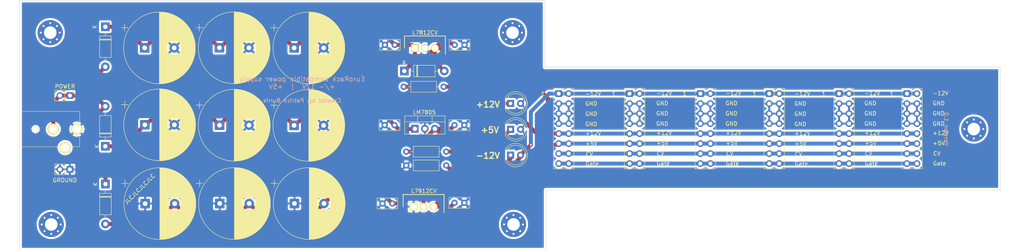
<source format=kicad_pcb>
(kicad_pcb (version 20171130) (host pcbnew "(5.1.7)-1")
  (layers (0 F.Cu signal) (31 B.Cu signal) (34 B.Paste user) (35 F.Paste user) (36 B.SilkS user) (37 F.SilkS user) (38 B.Mask user) (39 F.Mask user) (44 Edge.Cuts user))
  (net 0 "")
  (net 1 GND)
  (net 2 "Net-(C1-Pad1)")
  (net 3 +12V)
  (net 4 -12V)
  (net 5 +5V)
  (net 6 AC)
  (net 7 "Net-(C6-Pad2)")
  (net 8 "Net-(C11-Pad1)")
  (net 9 "Net-(D1-Pad1)")
  (net 10 "Net-(D2-Pad1)")
  (net 11 "Net-(D3-Pad1)")
  (net 12 /CV)
  (net 13 /Gate)
  (module MountingHole:MountingHole_3.2mm_M3_Pad_Via (layer F.Cu) (at 260.5 98.75)
    (fp_text reference REF** hide)
    (fp_text value MountingHole_3.2mm_M3_Pad_Via)
    (pad 1 thru_hole circle (at 0 0) (size 6.4 6.4) (drill 3.2) (layers *.Cu *.Mask))
    (pad 1 thru_hole circle (at 2.4 0) (size 0.8 0.8) (drill 0.5) (layers *.Cu *.Mask))
    (pad 1 thru_hole circle (at 1.697056 1.697056) (size 0.8 0.8) (drill 0.5) (layers *.Cu *.Mask))
    (pad 1 thru_hole circle (at 0 2.4) (size 0.8 0.8) (drill 0.5) (layers *.Cu *.Mask))
    (pad 1 thru_hole circle (at -1.697056 1.697056) (size 0.8 0.8) (drill 0.5) (layers *.Cu *.Mask))
    (pad 1 thru_hole circle (at -2.4 0) (size 0.8 0.8) (drill 0.5) (layers *.Cu *.Mask))
    (pad 1 thru_hole circle (at -1.697056 -1.697056) (size 0.8 0.8) (drill 0.5) (layers *.Cu *.Mask))
    (pad 1 thru_hole circle (at 0 -2.4) (size 0.8 0.8) (drill 0.5) (layers *.Cu *.Mask))
    (pad 1 thru_hole circle (at 1.697056 -1.697056) (size 0.8 0.8) (drill 0.5) (layers *.Cu *.Mask))
  )
  (module MountingHole:MountingHole_3.2mm_M3_Pad_Via (layer F.Cu) (at 25.75 74.25)
    (fp_text reference REF** hide)
    (fp_text value MountingHole_3.2mm_M3_Pad_Via)
    (pad 1 thru_hole circle (at 0 0) (size 6.4 6.4) (drill 3.2) (layers *.Cu *.Mask))
    (pad 1 thru_hole circle (at 2.4 0) (size 0.8 0.8) (drill 0.5) (layers *.Cu *.Mask))
    (pad 1 thru_hole circle (at 1.697056 1.697056) (size 0.8 0.8) (drill 0.5) (layers *.Cu *.Mask))
    (pad 1 thru_hole circle (at 0 2.4) (size 0.8 0.8) (drill 0.5) (layers *.Cu *.Mask))
    (pad 1 thru_hole circle (at -1.697056 1.697056) (size 0.8 0.8) (drill 0.5) (layers *.Cu *.Mask))
    (pad 1 thru_hole circle (at -2.4 0) (size 0.8 0.8) (drill 0.5) (layers *.Cu *.Mask))
    (pad 1 thru_hole circle (at -1.697056 -1.697056) (size 0.8 0.8) (drill 0.5) (layers *.Cu *.Mask))
    (pad 1 thru_hole circle (at 0 -2.4) (size 0.8 0.8) (drill 0.5) (layers *.Cu *.Mask))
    (pad 1 thru_hole circle (at 1.697056 -1.697056) (size 0.8 0.8) (drill 0.5) (layers *.Cu *.Mask))
  )
  (module MountingHole:MountingHole_3.2mm_M3_Pad_Via (layer F.Cu) (at 26 123)
    (fp_text reference REF** hide)
    (fp_text value MountingHole_3.2mm_M3_Pad_Via)
    (pad 1 thru_hole circle (at 1.697056 -1.697056) (size 0.8 0.8) (drill 0.5) (layers *.Cu *.Mask))
    (pad 1 thru_hole circle (at 0 -2.4) (size 0.8 0.8) (drill 0.5) (layers *.Cu *.Mask))
    (pad 1 thru_hole circle (at -1.697056 -1.697056) (size 0.8 0.8) (drill 0.5) (layers *.Cu *.Mask))
    (pad 1 thru_hole circle (at -2.4 0) (size 0.8 0.8) (drill 0.5) (layers *.Cu *.Mask))
    (pad 1 thru_hole circle (at -1.697056 1.697056) (size 0.8 0.8) (drill 0.5) (layers *.Cu *.Mask))
    (pad 1 thru_hole circle (at 0 2.4) (size 0.8 0.8) (drill 0.5) (layers *.Cu *.Mask))
    (pad 1 thru_hole circle (at 1.697056 1.697056) (size 0.8 0.8) (drill 0.5) (layers *.Cu *.Mask))
    (pad 1 thru_hole circle (at 2.4 0) (size 0.8 0.8) (drill 0.5) (layers *.Cu *.Mask))
    (pad 1 thru_hole circle (at 0 0) (size 6.4 6.4) (drill 3.2) (layers *.Cu *.Mask))
  )
  (module MountingHole:MountingHole_3.2mm_M3_Pad_Via (layer F.Cu) (at 143.5 123)
    (fp_text reference REF** hide)
    (fp_text value MountingHole_3.2mm_M3_Pad_Via)
    (pad 1 thru_hole circle (at 0 0) (size 6.4 6.4) (drill 3.2) (layers *.Cu *.Mask))
    (pad 1 thru_hole circle (at 2.4 0) (size 0.8 0.8) (drill 0.5) (layers *.Cu *.Mask))
    (pad 1 thru_hole circle (at 1.697056 1.697056) (size 0.8 0.8) (drill 0.5) (layers *.Cu *.Mask))
    (pad 1 thru_hole circle (at 0 2.4) (size 0.8 0.8) (drill 0.5) (layers *.Cu *.Mask))
    (pad 1 thru_hole circle (at -1.697056 1.697056) (size 0.8 0.8) (drill 0.5) (layers *.Cu *.Mask))
    (pad 1 thru_hole circle (at -2.4 0) (size 0.8 0.8) (drill 0.5) (layers *.Cu *.Mask))
    (pad 1 thru_hole circle (at -1.697056 -1.697056) (size 0.8 0.8) (drill 0.5) (layers *.Cu *.Mask))
    (pad 1 thru_hole circle (at 0 -2.4) (size 0.8 0.8) (drill 0.5) (layers *.Cu *.Mask))
    (pad 1 thru_hole circle (at 1.697056 -1.697056) (size 0.8 0.8) (drill 0.5) (layers *.Cu *.Mask))
  )
  (module MountingHole:MountingHole_3.2mm_M3_Pad_Via (layer F.Cu) (at 143.25 74.25)
    (fp_text reference REF** hide)
    (fp_text value MountingHole_3.2mm_M3_Pad_Via)
    (pad 1 thru_hole circle (at 1.697056 -1.697056) (size 0.8 0.8) (drill 0.5) (layers *.Cu *.Mask))
    (pad 1 thru_hole circle (at 0 -2.4) (size 0.8 0.8) (drill 0.5) (layers *.Cu *.Mask))
    (pad 1 thru_hole circle (at -1.697056 -1.697056) (size 0.8 0.8) (drill 0.5) (layers *.Cu *.Mask))
    (pad 1 thru_hole circle (at -2.4 0) (size 0.8 0.8) (drill 0.5) (layers *.Cu *.Mask))
    (pad 1 thru_hole circle (at -1.697056 1.697056) (size 0.8 0.8) (drill 0.5) (layers *.Cu *.Mask))
    (pad 1 thru_hole circle (at 0 2.4) (size 0.8 0.8) (drill 0.5) (layers *.Cu *.Mask))
    (pad 1 thru_hole circle (at 1.697056 1.697056) (size 0.8 0.8) (drill 0.5) (layers *.Cu *.Mask))
    (pad 1 thru_hole circle (at 2.4 0) (size 0.8 0.8) (drill 0.5) (layers *.Cu *.Mask))
    (pad 1 thru_hole circle (at 0 0) (size 6.4 6.4) (drill 3.2) (layers *.Cu *.Mask))
  )
  (module Package_TO_SOT_THT:TO-220-3_Vertical (layer F.Cu) (at 118.427513 98.675)
    (fp_text reference U3 hide)
    (fp_text value LM7805 (at 2.45 -4.175) (layer F.SilkS))
    (pad 3 thru_hole oval (at 5.08 0) (size 1.905 2) (drill 1.1) (layers *.Cu *.Mask) (net 5 +5V))
    (pad 2 thru_hole oval (at 2.54 0) (size 1.905 2) (drill 1.1) (layers *.Cu *.Mask) (net 1 GND))
    (pad 1 thru_hole rect (at 0 0) (size 1.905 2) (drill 1.1) (layers *.Cu *.Mask) (net 8 "Net-(C11-Pad1)"))
  )
  (module L7912CV:TO255P460X1020X2008-3P (layer F.Cu) (at 118.1 118.475)
    (fp_text reference U2 (at 0 0) (layer F.SilkS) (effects (font (size 1.27 1.27) (thickness 0.254))))
    (fp_text value L7912CV (at 2.65 -3.975) (layer F.SilkS))
    (pad 3 thru_hole circle (at 5.1 0 90) (size 1.98 1.98) (drill 1.32) (layers *.Cu *.Mask F.SilkS) (net 4 -12V))
    (pad 2 thru_hole circle (at 2.55 0 90) (size 1.98 1.98) (drill 1.32) (layers *.Cu *.Mask F.SilkS) (net 7 "Net-(C6-Pad2)"))
    (pad 1 thru_hole rect (at 0 0 90) (size 1.98 1.98) (drill 1.32) (layers *.Cu *.Mask F.SilkS) (net 1 GND))
  )
  (module Resistor_THT:R_Axial_DIN0207_L6.3mm_D2.5mm_P10.16mm_Horizontal (layer F.Cu) (at 126.4 104.5 180)
    (fp_text reference R3 hide)
    (fp_text value 1K)
    (pad 2 thru_hole oval (at 10.16 0 180) (size 1.6 1.6) (drill 0.8) (layers *.Cu *.Mask) (net 5 +5V))
    (pad 1 thru_hole circle (at 0 0 180) (size 1.6 1.6) (drill 0.8) (layers *.Cu *.Mask) (net 11 "Net-(D3-Pad1)"))
  )
  (module Resistor_THT:R_Axial_DIN0207_L6.3mm_D2.5mm_P10.16mm_Horizontal (layer F.Cu) (at 116.25 108)
    (fp_text reference R2 hide)
    (fp_text value 1K)
    (pad 2 thru_hole oval (at 10.16 0) (size 1.6 1.6) (drill 0.8) (layers *.Cu *.Mask) (net 10 "Net-(D2-Pad1)"))
    (pad 1 thru_hole circle (at 0 0) (size 1.6 1.6) (drill 0.8) (layers *.Cu *.Mask) (net 1 GND))
  )
  (module Resistor_THT:R_Axial_DIN0207_L6.3mm_D2.5mm_P10.16mm_Horizontal (layer F.Cu) (at 125.75 88 180)
    (fp_text reference R1 hide)
    (fp_text value 1K)
    (pad 2 thru_hole oval (at 10.16 0 180) (size 1.6 1.6) (drill 0.8) (layers *.Cu *.Mask) (net 3 +12V))
    (pad 1 thru_hole circle (at 0 0 180) (size 1.6 1.6) (drill 0.8) (layers *.Cu *.Mask) (net 9 "Net-(D1-Pad1)"))
  )
  (module Connector_PinHeader_2.54mm:PinHeader_2x08_P2.54mm_Vertical (layer F.Cu) (at 155 89.75)
    (fp_text reference J4 hide)
    (fp_text value Conn_02x08_Odd_Even)
    (pad 16 thru_hole oval (at 2.54 17.78) (size 1.7 1.7) (drill 1) (layers *.Cu *.Mask) (net 12 /CV))
    (pad 15 thru_hole oval (at 0 17.78) (size 1.7 1.7) (drill 1) (layers *.Cu *.Mask) (net 12 /CV))
    (pad 14 thru_hole oval (at 2.54 15.24) (size 1.7 1.7) (drill 1) (layers *.Cu *.Mask) (net 13 /Gate))
    (pad 13 thru_hole oval (at 0 15.24) (size 1.7 1.7) (drill 1) (layers *.Cu *.Mask) (net 13 /Gate))
    (pad 12 thru_hole oval (at 2.54 12.7) (size 1.7 1.7) (drill 1) (layers *.Cu *.Mask) (net 5 +5V))
    (pad 11 thru_hole oval (at 0 12.7) (size 1.7 1.7) (drill 1) (layers *.Cu *.Mask) (net 5 +5V))
    (pad 10 thru_hole oval (at 2.54 10.16) (size 1.7 1.7) (drill 1) (layers *.Cu *.Mask) (net 3 +12V))
    (pad 9 thru_hole oval (at 0 10.16) (size 1.7 1.7) (drill 1) (layers *.Cu *.Mask) (net 3 +12V))
    (pad 8 thru_hole oval (at 2.54 7.62) (size 1.7 1.7) (drill 1) (layers *.Cu *.Mask) (net 1 GND))
    (pad 7 thru_hole oval (at 0 7.62) (size 1.7 1.7) (drill 1) (layers *.Cu *.Mask) (net 1 GND))
    (pad 6 thru_hole oval (at 2.54 5.08) (size 1.7 1.7) (drill 1) (layers *.Cu *.Mask) (net 1 GND))
    (pad 5 thru_hole oval (at 0 5.08) (size 1.7 1.7) (drill 1) (layers *.Cu *.Mask) (net 1 GND))
    (pad 4 thru_hole oval (at 2.54 2.54) (size 1.7 1.7) (drill 1) (layers *.Cu *.Mask) (net 1 GND))
    (pad 3 thru_hole oval (at 0 2.54) (size 1.7 1.7) (drill 1) (layers *.Cu *.Mask) (net 1 GND))
    (pad 2 thru_hole oval (at 2.54 0) (size 1.7 1.7) (drill 1) (layers *.Cu *.Mask) (net 4 -12V))
    (pad 1 thru_hole rect (at 0 0) (size 1.7 1.7) (drill 1) (layers *.Cu *.Mask) (net 4 -12V))
  )
  (module PJ-059BH:PJ059BH (layer F.Cu) (at 32.525 98.775)
    (fp_text reference J1 hide)
    (fp_text value PJ-059BH hide)
    (pad MH1 thru_hole circle (at -10.5 0 90) (size 1.1 1.1) (drill 2.2) (layers *.Cu *.Mask F.SilkS))
    (pad 3 thru_hole circle (at -3 4.7 90) (size 2.83 2.83) (drill 1.8868) (layers *.Cu *.Mask F.SilkS))
    (pad 2 thru_hole circle (at -6 0 90) (size 2.83 2.83) (drill 1.8868) (layers *.Cu *.Mask F.SilkS) (net 6 AC))
    (pad 1 thru_hole circle (at 0 0 90) (size 2.83 2.83) (drill 1.8868) (layers *.Cu *.Mask F.SilkS) (net 1 GND))
  )
  (module Diode_THT:D_DO-41_SOD81_P10.16mm_Horizontal (layer F.Cu) (at 39.75 103.125 90)
    (fp_text reference D7 hide)
    (fp_text value 1N4007)
    (fp_text user K (at 0 -2.1 90) (layer F.SilkS))
    (pad 2 thru_hole oval (at 10.16 0 90) (size 2.2 2.2) (drill 1.1) (layers *.Cu *.Mask) (net 6 AC))
    (pad 1 thru_hole rect (at 0 0 90) (size 2.2 2.2) (drill 1.1) (layers *.Cu *.Mask) (net 8 "Net-(C11-Pad1)"))
  )
  (module LED_THT:LED_D5.0mm (layer F.Cu) (at 142.75 98.825)
    (fp_text reference D3 hide)
    (fp_text value LED)
    (pad 2 thru_hole circle (at 2.54 0) (size 1.8 1.8) (drill 0.9) (layers *.Cu *.Mask) (net 1 GND))
    (pad 1 thru_hole rect (at 0 0) (size 1.8 1.8) (drill 0.9) (layers *.Cu *.Mask) (net 11 "Net-(D3-Pad1)"))
  )
  (module LED_THT:LED_D5.0mm (layer F.Cu) (at 142.75 105.375)
    (fp_text reference D2 hide)
    (fp_text value LED)
    (pad 2 thru_hole circle (at 2.54 0) (size 1.8 1.8) (drill 0.9) (layers *.Cu *.Mask) (net 4 -12V))
    (pad 1 thru_hole rect (at 0 0) (size 1.8 1.8) (drill 0.9) (layers *.Cu *.Mask) (net 10 "Net-(D2-Pad1)"))
  )
  (module LED_THT:LED_D5.0mm (layer F.Cu) (at 142.75 92.25)
    (fp_text reference D1 hide)
    (fp_text value LED)
    (pad 2 thru_hole circle (at 2.54 0) (size 1.8 1.8) (drill 0.9) (layers *.Cu *.Mask) (net 1 GND))
    (pad 1 thru_hole rect (at 0 0) (size 1.8 1.8) (drill 0.9) (layers *.Cu *.Mask) (net 9 "Net-(D1-Pad1)"))
  )
  (module Diode_THT:D_DO-41_SOD81_P10.16mm_Horizontal (layer F.Cu) (at 115.75 84)
    (fp_text reference D4 hide)
    (fp_text value 1N4007)
    (fp_text user K (at 0 -2.1) (layer F.SilkS))
    (pad 2 thru_hole oval (at 10.16 0) (size 2.2 2.2) (drill 1.1) (layers *.Cu *.Mask) (net 3 +12V))
    (pad 1 thru_hole rect (at 0 0) (size 2.2 2.2) (drill 1.1) (layers *.Cu *.Mask) (net 2 "Net-(C1-Pad1)"))
  )
  (module Diode_THT:D_DO-41_SOD81_P10.16mm_Horizontal (layer F.Cu) (at 39.775 112.725 270)
    (fp_text reference D6 hide)
    (fp_text value 1N4007)
    (fp_text user K (at 0.025 2.525 90) (layer F.SilkS))
    (pad 2 thru_hole oval (at 10.16 0 270) (size 2.2 2.2) (drill 1.1) (layers *.Cu *.Mask) (net 7 "Net-(C6-Pad2)"))
    (pad 1 thru_hole rect (at 0 0 270) (size 2.2 2.2) (drill 1.1) (layers *.Cu *.Mask) (net 6 AC))
  )
  (module Diode_THT:D_DO-41_SOD81_P10.16mm_Horizontal (layer F.Cu) (at 39.75 72.75 270)
    (fp_text reference D5 hide)
    (fp_text value 1N4007)
    (fp_text user K (at 0 2.7 90) (layer F.SilkS))
    (pad 2 thru_hole oval (at 10.16 0 270) (size 2.2 2.2) (drill 1.1) (layers *.Cu *.Mask) (net 6 AC))
    (pad 1 thru_hole rect (at 0 0 270) (size 2.2 2.2) (drill 1.1) (layers *.Cu *.Mask) (net 2 "Net-(C1-Pad1)"))
  )
  (module Capacitor_THT:CP_Radial_D18.0mm_P7.50mm (layer F.Cu) (at 87.725 97.825)
    (fp_text reference C13 hide)
    (fp_text value 4700uF)
    (pad 2 thru_hole circle (at 7.5 0) (size 2.4 2.4) (drill 1.2) (layers *.Cu *.Mask) (net 1 GND))
    (pad 1 thru_hole rect (at 0 0) (size 2.4 2.4) (drill 1.2) (layers *.Cu *.Mask) (net 8 "Net-(C11-Pad1)"))
  )
  (module Capacitor_THT:CP_Radial_D18.0mm_P7.50mm (layer F.Cu) (at 68.775 97.775)
    (fp_text reference C12 hide)
    (fp_text value 4700uF)
    (pad 2 thru_hole circle (at 7.5 0) (size 2.4 2.4) (drill 1.2) (layers *.Cu *.Mask) (net 1 GND))
    (pad 1 thru_hole rect (at 0 0) (size 2.4 2.4) (drill 1.2) (layers *.Cu *.Mask) (net 8 "Net-(C11-Pad1)"))
  )
  (module Capacitor_THT:CP_Radial_D18.0mm_P7.50mm (layer F.Cu) (at 49.8 97.675001)
    (fp_text reference C11 hide)
    (fp_text value 4700uF)
    (pad 2 thru_hole circle (at 7.5 0) (size 2.4 2.4) (drill 1.2) (layers *.Cu *.Mask) (net 1 GND))
    (pad 1 thru_hole rect (at 0 0) (size 2.4 2.4) (drill 1.2) (layers *.Cu *.Mask) (net 8 "Net-(C11-Pad1)"))
  )
  (module Capacitor_THT:CP_Radial_D18.0mm_P7.50mm (layer F.Cu) (at 68.824441 117.675001)
    (fp_text reference C8 hide)
    (fp_text value 4700uF)
    (pad 2 thru_hole circle (at 7.5 0) (size 2.4 2.4) (drill 1.2) (layers *.Cu *.Mask) (net 7 "Net-(C6-Pad2)"))
    (pad 1 thru_hole rect (at 0 0) (size 2.4 2.4) (drill 1.2) (layers *.Cu *.Mask) (net 1 GND))
  )
  (module Capacitor_THT:CP_Radial_D18.0mm_P7.50mm (layer F.Cu) (at 87.825 117.675)
    (fp_text reference C7 hide)
    (fp_text value 4700uF)
    (pad 2 thru_hole circle (at 7.5 0) (size 2.4 2.4) (drill 1.2) (layers *.Cu *.Mask) (net 7 "Net-(C6-Pad2)"))
    (pad 1 thru_hole rect (at 0 0) (size 2.4 2.4) (drill 1.2) (layers *.Cu *.Mask) (net 1 GND))
  )
  (module Capacitor_THT:CP_Radial_D18.0mm_P7.50mm (layer F.Cu) (at 49.875 117.7)
    (fp_text reference C6 hide)
    (fp_text value 4700uF)
    (pad 2 thru_hole circle (at 7.5 0) (size 2.4 2.4) (drill 1.2) (layers *.Cu *.Mask) (net 7 "Net-(C6-Pad2)"))
    (pad 1 thru_hole rect (at 0 0) (size 2.4 2.4) (drill 1.2) (layers *.Cu *.Mask) (net 1 GND))
  )
  (module Capacitor_THT:CP_Radial_D18.0mm_P7.50mm (layer F.Cu) (at 87.75 78.125)
    (fp_text reference C3 hide)
    (fp_text value 4700uF)
    (pad 2 thru_hole circle (at 7.5 0) (size 2.4 2.4) (drill 1.2) (layers *.Cu *.Mask) (net 1 GND))
    (pad 1 thru_hole rect (at 0 0) (size 2.4 2.4) (drill 1.2) (layers *.Cu *.Mask) (net 2 "Net-(C1-Pad1)"))
  )
  (module Capacitor_THT:CP_Radial_D18.0mm_P7.50mm (layer F.Cu) (at 68.75 78.1)
    (fp_text reference C2 hide)
    (fp_text value 4700uF)
    (pad 2 thru_hole circle (at 7.5 0) (size 2.4 2.4) (drill 1.2) (layers *.Cu *.Mask) (net 1 GND))
    (pad 1 thru_hole rect (at 0 0) (size 2.4 2.4) (drill 1.2) (layers *.Cu *.Mask) (net 2 "Net-(C1-Pad1)"))
  )
  (module Capacitor_THT:CP_Radial_D18.0mm_P7.50mm (layer F.Cu) (at 49.75 78.125)
    (fp_text reference C1 hide)
    (fp_text value 4700uF)
    (pad 2 thru_hole circle (at 7.5 0) (size 2.4 2.4) (drill 1.2) (layers *.Cu *.Mask) (net 1 GND))
    (pad 1 thru_hole rect (at 0 0) (size 2.4 2.4) (drill 1.2) (layers *.Cu *.Mask) (net 2 "Net-(C1-Pad1)"))
  )
  (module TO255P460X1020X2008-3P (layer F.Cu) (at 118.427513 78.183578)
    (fp_text reference U1 hide)
    (fp_text value L7812CV (at 2.572487 -3.933578) (layer F.SilkS))
    (pad 1 thru_hole rect (at 0 0 90) (size 1.98 1.98) (drill 1.32) (layers *.Cu *.Mask F.SilkS) (net 2 "Net-(C1-Pad1)"))
    (pad 2 thru_hole circle (at 2.55 0 90) (size 1.98 1.98) (drill 1.32) (layers *.Cu *.Mask F.SilkS) (net 1 GND))
    (pad 3 thru_hole circle (at 5.1 0 90) (size 1.98 1.98) (drill 1.32) (layers *.Cu *.Mask F.SilkS) (net 3 +12V))
  )
  (module Capacitor_THT:C_Disc_D5.0mm_W2.5mm_P2.50mm (layer F.Cu) (at 110.825 77.358579)
    (fp_text reference C4 hide)
    (fp_text value 1uF)
    (pad 1 thru_hole circle (at 0 0) (size 1.6 1.6) (drill 0.8) (layers *.Cu *.Mask) (net 1 GND))
    (pad 2 thru_hole circle (at 2.5 0) (size 1.6 1.6) (drill 0.8) (layers *.Cu *.Mask) (net 2 "Net-(C1-Pad1)"))
  )
  (module Capacitor_THT:C_Disc_D5.0mm_W2.5mm_P2.50mm (layer F.Cu) (at 131.052513 77.358579 180)
    (fp_text reference C5 hide)
    (fp_text value 1uF)
    (pad 2 thru_hole circle (at 2.5 0 180) (size 1.6 1.6) (drill 0.8) (layers *.Cu *.Mask) (net 3 +12V))
    (pad 1 thru_hole circle (at 0 0 180) (size 1.6 1.6) (drill 0.8) (layers *.Cu *.Mask) (net 1 GND))
  )
  (module Capacitor_THT:C_Disc_D5.0mm_W2.5mm_P2.50mm (layer F.Cu) (at 112.7 117.675 180)
    (fp_text reference C9 hide)
    (fp_text value 1uF)
    (pad 2 thru_hole circle (at 2.5 0 180) (size 1.6 1.6) (drill 0.8) (layers *.Cu *.Mask) (net 1 GND))
    (pad 1 thru_hole circle (at 0 0 180) (size 1.6 1.6) (drill 0.8) (layers *.Cu *.Mask) (net 7 "Net-(C6-Pad2)"))
  )
  (module Capacitor_THT:C_Disc_D5.0mm_W2.5mm_P2.50mm (layer F.Cu) (at 128.5 117.5)
    (fp_text reference C10 hide)
    (fp_text value 1uF)
    (pad 1 thru_hole circle (at 0 0) (size 1.6 1.6) (drill 0.8) (layers *.Cu *.Mask) (net 4 -12V))
    (pad 2 thru_hole circle (at 2.5 0) (size 1.6 1.6) (drill 0.8) (layers *.Cu *.Mask) (net 1 GND))
  )
  (module Capacitor_THT:C_Disc_D5.0mm_W2.5mm_P2.50mm (layer F.Cu) (at 113.25 97.75 180)
    (fp_text reference C14 hide)
    (fp_text value 1uF)
    (pad 2 thru_hole circle (at 2.5 0 180) (size 1.6 1.6) (drill 0.8) (layers *.Cu *.Mask) (net 1 GND))
    (pad 1 thru_hole circle (at 0 0 180) (size 1.6 1.6) (drill 0.8) (layers *.Cu *.Mask) (net 8 "Net-(C11-Pad1)"))
  )
  (module Capacitor_THT:C_Disc_D5.0mm_W2.5mm_P2.50mm (layer F.Cu) (at 128.5 97.75)
    (fp_text reference C15 hide)
    (fp_text value 1uF)
    (pad 1 thru_hole circle (at 0 0) (size 1.6 1.6) (drill 0.8) (layers *.Cu *.Mask) (net 5 +5V))
    (pad 2 thru_hole circle (at 2.5 0) (size 1.6 1.6) (drill 0.8) (layers *.Cu *.Mask) (net 1 GND))
  )
  (module Connector_PinHeader_2.54mm:PinHeader_1x02_P2.54mm_Vertical (layer F.Cu) (at 30.75 90.25 270)
    (fp_text reference J2 hide)
    (fp_text value POWER (at -2.325001 1.249999 180) (layer F.SilkS))
    (pad 1 thru_hole rect (at 0 0 270) (size 1.7 1.7) (drill 1) (layers *.Cu *.Mask) (net 6 AC))
    (pad 2 thru_hole oval (at 0 2.54 270) (size 1.7 1.7) (drill 1) (layers *.Cu *.Mask) (net 6 AC))
  )
  (module Connector_PinHeader_2.54mm:PinHeader_1x02_P2.54mm_Vertical (layer F.Cu) (at 30.75 109 270)
    (fp_text reference J3 hide)
    (fp_text value GROUND (at 2.75 1.299999) (layer F.SilkS))
    (pad 2 thru_hole oval (at 0 2.54 270) (size 1.7 1.7) (drill 1) (layers *.Cu *.Mask) (net 1 GND))
    (pad 1 thru_hole rect (at 0 0 270) (size 1.7 1.7) (drill 1) (layers *.Cu *.Mask) (net 1 GND))
  )
  (module Connector_PinHeader_2.54mm:PinHeader_2x08_P2.54mm_Vertical (layer F.Cu) (at 173 89.75)
    (fp_text reference J5 hide)
    (fp_text value Conn_02x08_Odd_Even)
    (pad 1 thru_hole rect (at 0 0) (size 1.7 1.7) (drill 1) (layers *.Cu *.Mask) (net 4 -12V))
    (pad 2 thru_hole oval (at 2.54 0) (size 1.7 1.7) (drill 1) (layers *.Cu *.Mask) (net 4 -12V))
    (pad 3 thru_hole oval (at 0 2.54) (size 1.7 1.7) (drill 1) (layers *.Cu *.Mask) (net 1 GND))
    (pad 4 thru_hole oval (at 2.54 2.54) (size 1.7 1.7) (drill 1) (layers *.Cu *.Mask) (net 1 GND))
    (pad 5 thru_hole oval (at 0 5.08) (size 1.7 1.7) (drill 1) (layers *.Cu *.Mask) (net 1 GND))
    (pad 6 thru_hole oval (at 2.54 5.08) (size 1.7 1.7) (drill 1) (layers *.Cu *.Mask) (net 1 GND))
    (pad 7 thru_hole oval (at 0 7.62) (size 1.7 1.7) (drill 1) (layers *.Cu *.Mask) (net 1 GND))
    (pad 8 thru_hole oval (at 2.54 7.62) (size 1.7 1.7) (drill 1) (layers *.Cu *.Mask) (net 1 GND))
    (pad 9 thru_hole oval (at 0 10.16) (size 1.7 1.7) (drill 1) (layers *.Cu *.Mask) (net 3 +12V))
    (pad 10 thru_hole oval (at 2.54 10.16) (size 1.7 1.7) (drill 1) (layers *.Cu *.Mask) (net 3 +12V))
    (pad 11 thru_hole oval (at 0 12.7) (size 1.7 1.7) (drill 1) (layers *.Cu *.Mask) (net 5 +5V))
    (pad 12 thru_hole oval (at 2.54 12.7) (size 1.7 1.7) (drill 1) (layers *.Cu *.Mask) (net 5 +5V))
    (pad 13 thru_hole oval (at 0 15.24) (size 1.7 1.7) (drill 1) (layers *.Cu *.Mask) (net 13 /Gate))
    (pad 14 thru_hole oval (at 2.54 15.24) (size 1.7 1.7) (drill 1) (layers *.Cu *.Mask) (net 13 /Gate))
    (pad 15 thru_hole oval (at 0 17.78) (size 1.7 1.7) (drill 1) (layers *.Cu *.Mask) (net 12 /CV))
    (pad 16 thru_hole oval (at 2.54 17.78) (size 1.7 1.7) (drill 1) (layers *.Cu *.Mask) (net 12 /CV))
  )
  (module Connector_PinHeader_2.54mm:PinHeader_2x08_P2.54mm_Vertical (layer F.Cu) (at 191 89.75)
    (fp_text reference J6 hide)
    (fp_text value Conn_02x08_Odd_Even)
    (pad 16 thru_hole oval (at 2.54 17.78) (size 1.7 1.7) (drill 1) (layers *.Cu *.Mask) (net 12 /CV))
    (pad 15 thru_hole oval (at 0 17.78) (size 1.7 1.7) (drill 1) (layers *.Cu *.Mask) (net 12 /CV))
    (pad 14 thru_hole oval (at 2.54 15.24) (size 1.7 1.7) (drill 1) (layers *.Cu *.Mask) (net 13 /Gate))
    (pad 13 thru_hole oval (at 0 15.24) (size 1.7 1.7) (drill 1) (layers *.Cu *.Mask) (net 13 /Gate))
    (pad 12 thru_hole oval (at 2.54 12.7) (size 1.7 1.7) (drill 1) (layers *.Cu *.Mask) (net 5 +5V))
    (pad 11 thru_hole oval (at 0 12.7) (size 1.7 1.7) (drill 1) (layers *.Cu *.Mask) (net 5 +5V))
    (pad 10 thru_hole oval (at 2.54 10.16) (size 1.7 1.7) (drill 1) (layers *.Cu *.Mask) (net 3 +12V))
    (pad 9 thru_hole oval (at 0 10.16) (size 1.7 1.7) (drill 1) (layers *.Cu *.Mask) (net 3 +12V))
    (pad 8 thru_hole oval (at 2.54 7.62) (size 1.7 1.7) (drill 1) (layers *.Cu *.Mask) (net 1 GND))
    (pad 7 thru_hole oval (at 0 7.62) (size 1.7 1.7) (drill 1) (layers *.Cu *.Mask) (net 1 GND))
    (pad 6 thru_hole oval (at 2.54 5.08) (size 1.7 1.7) (drill 1) (layers *.Cu *.Mask) (net 1 GND))
    (pad 5 thru_hole oval (at 0 5.08) (size 1.7 1.7) (drill 1) (layers *.Cu *.Mask) (net 1 GND))
    (pad 4 thru_hole oval (at 2.54 2.54) (size 1.7 1.7) (drill 1) (layers *.Cu *.Mask) (net 1 GND))
    (pad 3 thru_hole oval (at 0 2.54) (size 1.7 1.7) (drill 1) (layers *.Cu *.Mask) (net 1 GND))
    (pad 2 thru_hole oval (at 2.54 0) (size 1.7 1.7) (drill 1) (layers *.Cu *.Mask) (net 4 -12V))
    (pad 1 thru_hole rect (at 0 0) (size 1.7 1.7) (drill 1) (layers *.Cu *.Mask) (net 4 -12V))
  )
  (module Connector_PinHeader_2.54mm:PinHeader_2x08_P2.54mm_Vertical (layer F.Cu) (at 208.5 89.75)
    (fp_text reference J7 hide)
    (fp_text value Conn_02x08_Odd_Even)
    (pad 1 thru_hole rect (at 0 0) (size 1.7 1.7) (drill 1) (layers *.Cu *.Mask) (net 4 -12V))
    (pad 2 thru_hole oval (at 2.54 0) (size 1.7 1.7) (drill 1) (layers *.Cu *.Mask) (net 4 -12V))
    (pad 3 thru_hole oval (at 0 2.54) (size 1.7 1.7) (drill 1) (layers *.Cu *.Mask) (net 1 GND))
    (pad 4 thru_hole oval (at 2.54 2.54) (size 1.7 1.7) (drill 1) (layers *.Cu *.Mask) (net 1 GND))
    (pad 5 thru_hole oval (at 0 5.08) (size 1.7 1.7) (drill 1) (layers *.Cu *.Mask) (net 1 GND))
    (pad 6 thru_hole oval (at 2.54 5.08) (size 1.7 1.7) (drill 1) (layers *.Cu *.Mask) (net 1 GND))
    (pad 7 thru_hole oval (at 0 7.62) (size 1.7 1.7) (drill 1) (layers *.Cu *.Mask) (net 1 GND))
    (pad 8 thru_hole oval (at 2.54 7.62) (size 1.7 1.7) (drill 1) (layers *.Cu *.Mask) (net 1 GND))
    (pad 9 thru_hole oval (at 0 10.16) (size 1.7 1.7) (drill 1) (layers *.Cu *.Mask) (net 3 +12V))
    (pad 10 thru_hole oval (at 2.54 10.16) (size 1.7 1.7) (drill 1) (layers *.Cu *.Mask) (net 3 +12V))
    (pad 11 thru_hole oval (at 0 12.7) (size 1.7 1.7) (drill 1) (layers *.Cu *.Mask) (net 5 +5V))
    (pad 12 thru_hole oval (at 2.54 12.7) (size 1.7 1.7) (drill 1) (layers *.Cu *.Mask) (net 5 +5V))
    (pad 13 thru_hole oval (at 0 15.24) (size 1.7 1.7) (drill 1) (layers *.Cu *.Mask) (net 13 /Gate))
    (pad 14 thru_hole oval (at 2.54 15.24) (size 1.7 1.7) (drill 1) (layers *.Cu *.Mask) (net 13 /Gate))
    (pad 15 thru_hole oval (at 0 17.78) (size 1.7 1.7) (drill 1) (layers *.Cu *.Mask) (net 12 /CV))
    (pad 16 thru_hole oval (at 2.54 17.78) (size 1.7 1.7) (drill 1) (layers *.Cu *.Mask) (net 12 /CV))
  )
  (module Connector_PinHeader_2.54mm:PinHeader_2x08_P2.54mm_Vertical (layer F.Cu) (at 226.25 89.75)
    (fp_text reference J8 hide)
    (fp_text value Conn_02x08_Odd_Even)
    (pad 16 thru_hole oval (at 2.54 17.78) (size 1.7 1.7) (drill 1) (layers *.Cu *.Mask) (net 12 /CV))
    (pad 15 thru_hole oval (at 0 17.78) (size 1.7 1.7) (drill 1) (layers *.Cu *.Mask) (net 12 /CV))
    (pad 14 thru_hole oval (at 2.54 15.24) (size 1.7 1.7) (drill 1) (layers *.Cu *.Mask) (net 13 /Gate))
    (pad 13 thru_hole oval (at 0 15.24) (size 1.7 1.7) (drill 1) (layers *.Cu *.Mask) (net 13 /Gate))
    (pad 12 thru_hole oval (at 2.54 12.7) (size 1.7 1.7) (drill 1) (layers *.Cu *.Mask) (net 5 +5V))
    (pad 11 thru_hole oval (at 0 12.7) (size 1.7 1.7) (drill 1) (layers *.Cu *.Mask) (net 5 +5V))
    (pad 10 thru_hole oval (at 2.54 10.16) (size 1.7 1.7) (drill 1) (layers *.Cu *.Mask) (net 3 +12V))
    (pad 9 thru_hole oval (at 0 10.16) (size 1.7 1.7) (drill 1) (layers *.Cu *.Mask) (net 3 +12V))
    (pad 8 thru_hole oval (at 2.54 7.62) (size 1.7 1.7) (drill 1) (layers *.Cu *.Mask) (net 1 GND))
    (pad 7 thru_hole oval (at 0 7.62) (size 1.7 1.7) (drill 1) (layers *.Cu *.Mask) (net 1 GND))
    (pad 6 thru_hole oval (at 2.54 5.08) (size 1.7 1.7) (drill 1) (layers *.Cu *.Mask) (net 1 GND))
    (pad 5 thru_hole oval (at 0 5.08) (size 1.7 1.7) (drill 1) (layers *.Cu *.Mask) (net 1 GND))
    (pad 4 thru_hole oval (at 2.54 2.54) (size 1.7 1.7) (drill 1) (layers *.Cu *.Mask) (net 1 GND))
    (pad 3 thru_hole oval (at 0 2.54) (size 1.7 1.7) (drill 1) (layers *.Cu *.Mask) (net 1 GND))
    (pad 2 thru_hole oval (at 2.54 0) (size 1.7 1.7) (drill 1) (layers *.Cu *.Mask) (net 4 -12V))
    (pad 1 thru_hole rect (at 0 0) (size 1.7 1.7) (drill 1) (layers *.Cu *.Mask) (net 4 -12V))
  )
  (module Connector_PinHeader_2.54mm:PinHeader_2x08_P2.54mm_Vertical (layer F.Cu) (at 243.5 89.75)
    (fp_text reference J9 hide)
    (fp_text value Conn_02x08_Odd_Even)
    (pad 1 thru_hole rect (at 0 0) (size 1.7 1.7) (drill 1) (layers *.Cu *.Mask) (net 4 -12V))
    (pad 2 thru_hole oval (at 2.54 0) (size 1.7 1.7) (drill 1) (layers *.Cu *.Mask) (net 4 -12V))
    (pad 3 thru_hole oval (at 0 2.54) (size 1.7 1.7) (drill 1) (layers *.Cu *.Mask) (net 1 GND))
    (pad 4 thru_hole oval (at 2.54 2.54) (size 1.7 1.7) (drill 1) (layers *.Cu *.Mask) (net 1 GND))
    (pad 5 thru_hole oval (at 0 5.08) (size 1.7 1.7) (drill 1) (layers *.Cu *.Mask) (net 1 GND))
    (pad 6 thru_hole oval (at 2.54 5.08) (size 1.7 1.7) (drill 1) (layers *.Cu *.Mask) (net 1 GND))
    (pad 7 thru_hole oval (at 0 7.62) (size 1.7 1.7) (drill 1) (layers *.Cu *.Mask) (net 1 GND))
    (pad 8 thru_hole oval (at 2.54 7.62) (size 1.7 1.7) (drill 1) (layers *.Cu *.Mask) (net 1 GND))
    (pad 9 thru_hole oval (at 0 10.16) (size 1.7 1.7) (drill 1) (layers *.Cu *.Mask) (net 3 +12V))
    (pad 10 thru_hole oval (at 2.54 10.16) (size 1.7 1.7) (drill 1) (layers *.Cu *.Mask) (net 3 +12V))
    (pad 11 thru_hole oval (at 0 12.7) (size 1.7 1.7) (drill 1) (layers *.Cu *.Mask) (net 5 +5V))
    (pad 12 thru_hole oval (at 2.54 12.7) (size 1.7 1.7) (drill 1) (layers *.Cu *.Mask) (net 5 +5V))
    (pad 13 thru_hole oval (at 0 15.24) (size 1.7 1.7) (drill 1) (layers *.Cu *.Mask) (net 13 /Gate))
    (pad 14 thru_hole oval (at 2.54 15.24) (size 1.7 1.7) (drill 1) (layers *.Cu *.Mask) (net 13 /Gate))
    (pad 15 thru_hole oval (at 0 17.78) (size 1.7 1.7) (drill 1) (layers *.Cu *.Mask) (net 12 /CV))
    (pad 16 thru_hole oval (at 2.54 17.78) (size 1.7 1.7) (drill 1) (layers *.Cu *.Mask) (net 12 /CV))
  )
  (gr_text "Version 1.0" (at 253.5 98.75 270) (layer B.SilkS) (effects (font (size 1 1)) (justify mirror)))
  (gr_text "Created by: Patrick Burris" (at 89.75 91.5) (layer B.SilkS) (effects (font (size 1 1)) (justify mirror)))
  (gr_text "EuroRack compatible power supply\n+/- 12V  |  +5V" (at 89.75 87) (layer B.SilkS) (effects (font (size 1.2 1.2)) (justify mirror)))
  (gr_text JLCJLCJLCJLC (at 48.5 114 45) (layer F.SilkS) (effects (font (size 1 1))))
  (gr_text -12V (at 137 105.5) (layer F.SilkS) (effects (font (size 1.5 1.5) (thickness 0.3))))
  (gr_text +5V (at 137.5 99) (layer F.SilkS) (effects (font (size 1.5 1.5) (thickness 0.3))))
  (gr_text +12V (at 137 92.5) (layer F.SilkS) (effects (font (size 1.5 1.5) (thickness 0.3))))
  (gr_text 1 (at 151 89.8) (layer F.SilkS) (effects (font (size 1 1))))
  (gr_text 1 (at 169 89.8) (layer F.SilkS) (effects (font (size 1 1))))
  (gr_text 1 (at 187 89.75) (layer F.SilkS) (effects (font (size 1 1))))
  (gr_text 1 (at 204.75 89.8) (layer F.SilkS) (effects (font (size 1 1))))
  (gr_text 1 (at 222.35 89.8) (layer F.SilkS) (effects (font (size 1 1))))
  (gr_text 1 (at 239.65 89.8) (layer F.SilkS) (effects (font (size 1 1))))
  (gr_text +5V (at 251.6 102.35) (layer F.SilkS) (effects (font (size 1 1))))
  (gr_text GND (at 251.55 97.4) (layer F.SilkS) (effects (font (size 1 1))))
  (gr_text +12V (at 252.05 99.75) (layer F.SilkS) (effects (font (size 1 1))))
  (gr_text Gate (at 251.8 107.5) (layer F.SilkS) (effects (font (size 1 1))))
  (gr_text CV (at 251.1 105) (layer F.SilkS) (effects (font (size 1 1))))
  (gr_text GND (at 251.55 94.8) (layer F.SilkS) (effects (font (size 1 1))))
  (gr_text GND (at 251.55 92.2) (layer F.SilkS) (effects (font (size 1 1))))
  (gr_text -12V (at 252.05 89.65) (layer F.SilkS) (effects (font (size 1 1))))
  (gr_text +5V (at 234.25 102.35) (layer F.SilkS) (effects (font (size 1 1))))
  (gr_text GND (at 234.2 97.4) (layer F.SilkS) (effects (font (size 1 1))))
  (gr_text +12V (at 234.7 99.75) (layer F.SilkS) (effects (font (size 1 1))))
  (gr_text Gate (at 234.45 107.5) (layer F.SilkS) (effects (font (size 1 1))))
  (gr_text CV (at 233.75 105) (layer F.SilkS) (effects (font (size 1 1))))
  (gr_text GND (at 234.2 94.8) (layer F.SilkS) (effects (font (size 1 1))))
  (gr_text GND (at 234.2 92.2) (layer F.SilkS) (effects (font (size 1 1))))
  (gr_text -12V (at 234.7 89.65) (layer F.SilkS) (effects (font (size 1 1))))
  (gr_text +5V (at 216.45 102.45) (layer F.SilkS) (effects (font (size 1 1))))
  (gr_text GND (at 216.4 97.5) (layer F.SilkS) (effects (font (size 1 1))))
  (gr_text +12V (at 216.9 99.85) (layer F.SilkS) (effects (font (size 1 1))))
  (gr_text Gate (at 216.65 107.6) (layer F.SilkS) (effects (font (size 1 1))))
  (gr_text CV (at 215.95 105.1) (layer F.SilkS) (effects (font (size 1 1))))
  (gr_text GND (at 216.4 94.9) (layer F.SilkS) (effects (font (size 1 1))))
  (gr_text GND (at 216.4 92.3) (layer F.SilkS) (effects (font (size 1 1))))
  (gr_text -12V (at 216.9 89.75) (layer F.SilkS) (effects (font (size 1 1))))
  (gr_text +5V (at 198.95 102.35) (layer F.SilkS) (effects (font (size 1 1))))
  (gr_text GND (at 198.9 97.4) (layer F.SilkS) (effects (font (size 1 1))))
  (gr_text +12V (at 199.4 99.75) (layer F.SilkS) (effects (font (size 1 1))))
  (gr_text Gate (at 199.15 107.5) (layer F.SilkS) (effects (font (size 1 1))))
  (gr_text CV (at 198.45 105) (layer F.SilkS) (effects (font (size 1 1))))
  (gr_text GND (at 198.9 94.8) (layer F.SilkS) (effects (font (size 1 1))))
  (gr_text GND (at 198.9 92.2) (layer F.SilkS) (effects (font (size 1 1))))
  (gr_text -12V (at 199.4 89.65) (layer F.SilkS) (effects (font (size 1 1))))
  (gr_text +5V (at 181.35 102.35) (layer F.SilkS) (effects (font (size 1 1))))
  (gr_text GND (at 181.3 97.4) (layer F.SilkS) (effects (font (size 1 1))))
  (gr_text +12V (at 181.8 99.75) (layer F.SilkS) (effects (font (size 1 1))))
  (gr_text Gate (at 181.55 107.5) (layer F.SilkS) (effects (font (size 1 1))))
  (gr_text CV (at 180.85 105) (layer F.SilkS) (effects (font (size 1 1))))
  (gr_text GND (at 181.3 94.8) (layer F.SilkS) (effects (font (size 1 1))))
  (gr_text GND (at 181.3 92.2) (layer F.SilkS) (effects (font (size 1 1))))
  (gr_text -12V (at 181.8 89.65) (layer F.SilkS) (effects (font (size 1 1))))
  (gr_text Gate (at 163.5 107.6) (layer F.SilkS) (effects (font (size 1 1))))
  (gr_text CV (at 162.8 105.1) (layer F.SilkS) (effects (font (size 1 1))))
  (gr_text +5V (at 163.3 102.45) (layer F.SilkS) (effects (font (size 1 1))))
  (gr_text +12V (at 163.75 99.85) (layer F.SilkS) (effects (font (size 1 1))))
  (gr_text GND (at 163.25 97.5) (layer F.SilkS) (effects (font (size 1 1))))
  (gr_text GND (at 163.25 94.9) (layer F.SilkS) (effects (font (size 1 1))))
  (gr_text GND (at 163.25 92.3) (layer F.SilkS) (effects (font (size 1 1))))
  (gr_text -12V (at 163.75 89.75) (layer F.SilkS) (effects (font (size 1 1))))
  (gr_line (start 151.5 66) (end 151.5 83) (layer Edge.Cuts) (width 0.1))
  (gr_line (start 18 66) (end 151.5 66) (layer Edge.Cuts) (width 0.1))
  (gr_line (start 18 129.5) (end 18 66) (layer Edge.Cuts) (width 0.1))
  (gr_line (start 151.75 129.5) (end 18 129.5) (layer Edge.Cuts) (width 0.1))
  (gr_line (start 151.75 114.25) (end 151.75 129.5) (layer Edge.Cuts) (width 0.1))
  (gr_line (start 267.25 114.25) (end 151.75 114.25) (layer Edge.Cuts) (width 0.1))
  (gr_line (start 267.25 83) (end 267.25 114.25) (layer Edge.Cuts) (width 0.1))
  (gr_line (start 151.5 83) (end 267.25 83) (layer Edge.Cuts) (width 0.1))
  (segment (start 68.625 78.1) (end 69.15 78.1) (width 1) (layer F.Cu) (net 2))
  (segment (start 87.575 78.125) (end 87.925 78.125) (width 1) (layer F.Cu) (net 2))
  (segment (start 44.375 72.75) (end 49.75 78.125) (width 1) (layer F.Cu) (net 2))
  (segment (start 39.75 72.75) (end 44.375 72.75) (width 1) (layer F.Cu) (net 2))
  (segment (start 49.75 78.125) (end 52.875 75) (width 1) (layer F.Cu) (net 2))
  (segment (start 65.65 75) (end 68.75 78.1) (width 1) (layer F.Cu) (net 2))
  (segment (start 52.875 75) (end 65.65 75) (width 1) (layer F.Cu) (net 2))
  (segment (start 68.75 78.1) (end 68.9 78.1) (width 1) (layer F.Cu) (net 2))
  (segment (start 68.9 78.1) (end 71.75 75.25) (width 1) (layer F.Cu) (net 2))
  (segment (start 84.875 75.25) (end 87.75 78.125) (width 1) (layer F.Cu) (net 2))
  (segment (start 71.75 75.25) (end 84.875 75.25) (width 1) (layer F.Cu) (net 2))
  (segment (start 87.75 78.125) (end 87.875 78.125) (width 1) (layer F.Cu) (net 2))
  (segment (start 87.875 78.125) (end 92 74) (width 1) (layer F.Cu) (net 2))
  (segment (start 109.966421 74) (end 113.325 77.358579) (width 1) (layer F.Cu) (net 2))
  (segment (start 92 74) (end 109.966421 74) (width 1) (layer F.Cu) (net 2))
  (segment (start 117.602514 77.358579) (end 118.427513 78.183578) (width 1) (layer F.Cu) (net 2))
  (segment (start 113.325 77.358579) (end 117.602514 77.358579) (width 1) (layer F.Cu) (net 2))
  (segment (start 118.427513 81.322487) (end 115.75 84) (width 1) (layer F.Cu) (net 2))
  (segment (start 118.427513 78.183578) (end 118.427513 81.322487) (width 1) (layer F.Cu) (net 2))
  (segment (start 125.91 84) (end 123.5 81.59) (width 1) (layer F.Cu) (net 3))
  (segment (start 123.5 78.211091) (end 123.527513 78.183578) (width 1) (layer F.Cu) (net 3))
  (segment (start 123.5 81.59) (end 123.5 78.211091) (width 1) (layer F.Cu) (net 3))
  (segment (start 123.527513 78.183578) (end 124.711091 77) (width 1) (layer F.Cu) (net 3))
  (segment (start 128.193934 77) (end 128.552513 77.358579) (width 1) (layer F.Cu) (net 3))
  (segment (start 124.711091 77) (end 128.193934 77) (width 1) (layer F.Cu) (net 3))
  (segment (start 123.478715 78.183578) (end 120.5 81.162293) (width 1) (layer F.Cu) (net 3))
  (segment (start 123.527513 78.183578) (end 123.478715 78.183578) (width 1) (layer F.Cu) (net 3))
  (segment (start 120.5 81.162293) (end 120.5 86.25) (width 1) (layer F.Cu) (net 3))
  (segment (start 118.75 88) (end 115.59 88) (width 1) (layer F.Cu) (net 3))
  (segment (start 120.5 86.25) (end 118.75 88) (width 1) (layer F.Cu) (net 3))
  (segment (start 152.25 99) (end 152.25 99) (width 1) (layer F.Cu) (net 3))
  (segment (start 157.45 100) (end 157.54 99.91) (width 1) (layer B.Cu) (net 3))
  (segment (start 157.54 99.91) (end 246.04 99.91) (width 1) (layer B.Cu) (net 3))
  (segment (start 153.16 99.91) (end 155 99.91) (width 1) (layer F.Cu) (net 3))
  (segment (start 152.25 99) (end 153.16 99.91) (width 1) (layer F.Cu) (net 3))
  (segment (start 152.25 91) (end 152.25 99) (width 1) (layer F.Cu) (net 3))
  (segment (start 149 87.75) (end 152.25 91) (width 1) (layer F.Cu) (net 3))
  (segment (start 134.5 87.75) (end 149 87.75) (width 1) (layer F.Cu) (net 3))
  (segment (start 124.933578 78.183578) (end 134.5 87.75) (width 1) (layer F.Cu) (net 3))
  (segment (start 123.527513 78.183578) (end 124.933578 78.183578) (width 1) (layer F.Cu) (net 3))
  (segment (start 155 99.91) (end 157.54 99.91) (width 1) (layer B.Cu) (net 3))
  (segment (start 127.525 118.475) (end 128.5 117.5) (width 1) (layer F.Cu) (net 4))
  (segment (start 123.2 118.475) (end 127.525 118.475) (width 1) (layer F.Cu) (net 4))
  (segment (start 123.2 118.475) (end 128.925 112.75) (width 1) (layer F.Cu) (net 4))
  (segment (start 145.29 105.895002) (end 145.29 105.375) (width 1) (layer F.Cu) (net 4))
  (segment (start 138.435002 112.75) (end 145.29 105.895002) (width 1) (layer F.Cu) (net 4))
  (segment (start 128.925 112.75) (end 138.435002 112.75) (width 1) (layer F.Cu) (net 4))
  (segment (start 145.29 105.375) (end 147.915 102.75) (width 1) (layer F.Cu) (net 4))
  (segment (start 147.915 102.75) (end 147.915 102.75) (width 1) (layer F.Cu) (net 4))
  (via (at 147.915 102.75) (size 0.8) (drill 0.4) (layers F.Cu B.Cu) (net 4))
  (segment (start 147.915 102.75) (end 147.915 94.335) (width 1) (layer B.Cu) (net 4))
  (segment (start 152.5 89.75) (end 157.54 89.75) (width 1) (layer B.Cu) (net 4))
  (segment (start 147.915 94.335) (end 152.5 89.75) (width 1) (layer B.Cu) (net 4))
  (segment (start 157.54 89.75) (end 246.04 89.75) (width 1) (layer B.Cu) (net 4))
  (segment (start 127.575 98.675) (end 128.5 97.75) (width 1) (layer F.Cu) (net 5))
  (segment (start 123.507513 98.675) (end 127.575 98.675) (width 1) (layer F.Cu) (net 5))
  (segment (start 117.682513 104.5) (end 116.24 104.5) (width 1) (layer F.Cu) (net 5))
  (segment (start 123.507513 98.675) (end 117.682513 104.5) (width 1) (layer F.Cu) (net 5))
  (segment (start 154.7 102.75) (end 155 102.45) (width 1) (layer F.Cu) (net 5))
  (segment (start 146 96.5) (end 152.25 102.75) (width 1) (layer F.Cu) (net 5))
  (segment (start 152.25 102.75) (end 154.7 102.75) (width 1) (layer F.Cu) (net 5))
  (segment (start 141.25 96.5) (end 146 96.5) (width 1) (layer F.Cu) (net 5))
  (segment (start 136.25 101.5) (end 141.25 96.5) (width 1) (layer F.Cu) (net 5))
  (segment (start 126.5 101.5) (end 136.25 101.5) (width 1) (layer F.Cu) (net 5))
  (segment (start 123.675 98.675) (end 126.5 101.5) (width 1) (layer F.Cu) (net 5))
  (segment (start 123.507513 98.675) (end 123.675 98.675) (width 1) (layer F.Cu) (net 5))
  (segment (start 155 102.45) (end 246.04 102.45) (width 1) (layer B.Cu) (net 5))
  (segment (start 26.525 91.935) (end 28.21 90.25) (width 1) (layer F.Cu) (net 6))
  (segment (start 26.525 98.775) (end 26.525 91.935) (width 1) (layer F.Cu) (net 6))
  (segment (start 30.75 90.25) (end 28.21 90.25) (width 1) (layer F.Cu) (net 6))
  (segment (start 37.035 90.25) (end 39.75 92.965) (width 1) (layer F.Cu) (net 6))
  (segment (start 30.75 90.25) (end 37.035 90.25) (width 1) (layer F.Cu) (net 6))
  (segment (start 39.775 112.725) (end 39.775 111.025) (width 1) (layer F.Cu) (net 6))
  (segment (start 39.775 111.025) (end 37.25 108.5) (width 1) (layer F.Cu) (net 6))
  (segment (start 37.25 95.465) (end 39.75 92.965) (width 1) (layer F.Cu) (net 6))
  (segment (start 37.25 108.5) (end 37.25 95.465) (width 1) (layer F.Cu) (net 6))
  (segment (start 37.035 85.625) (end 39.75 82.91) (width 1) (layer F.Cu) (net 6))
  (segment (start 37.035 90.25) (end 37.035 85.625) (width 1) (layer F.Cu) (net 6))
  (segment (start 52.19 122.885) (end 57.375 117.7) (width 1) (layer F.Cu) (net 7))
  (segment (start 39.775 122.885) (end 52.19 122.885) (width 1) (layer F.Cu) (net 7))
  (segment (start 57.375 117.7) (end 62.425 122.75) (width 1) (layer F.Cu) (net 7))
  (segment (start 71.249442 122.75) (end 76.324441 117.675001) (width 1) (layer F.Cu) (net 7))
  (segment (start 62.425 122.75) (end 71.249442 122.75) (width 1) (layer F.Cu) (net 7))
  (segment (start 76.324441 117.675001) (end 81.14944 122.5) (width 1) (layer F.Cu) (net 7))
  (segment (start 90.5 122.5) (end 95.325 117.675) (width 1) (layer F.Cu) (net 7))
  (segment (start 81.14944 122.5) (end 90.5 122.5) (width 1) (layer F.Cu) (net 7))
  (segment (start 109.275 114.25) (end 112.7 117.675) (width 1) (layer F.Cu) (net 7))
  (segment (start 98.75 114.25) (end 109.275 114.25) (width 1) (layer F.Cu) (net 7))
  (segment (start 95.325 117.675) (end 98.75 114.25) (width 1) (layer F.Cu) (net 7))
  (segment (start 112.7 117.675) (end 115.075 117.675) (width 1) (layer F.Cu) (net 7))
  (segment (start 115.075 117.675) (end 117.25 115.5) (width 1) (layer F.Cu) (net 7))
  (segment (start 120.65 117.074929) (end 120.65 118.475) (width 1) (layer F.Cu) (net 7))
  (segment (start 119.075071 115.5) (end 120.65 117.074929) (width 1) (layer F.Cu) (net 7))
  (segment (start 117.25 115.5) (end 119.075071 115.5) (width 1) (layer F.Cu) (net 7))
  (segment (start 44.350001 103.125) (end 49.8 97.675001) (width 1) (layer F.Cu) (net 8))
  (segment (start 39.75 103.125) (end 44.350001 103.125) (width 1) (layer F.Cu) (net 8))
  (segment (start 49.8 97.675001) (end 50.074999 97.675001) (width 1) (layer F.Cu) (net 8))
  (segment (start 50.074999 97.675001) (end 53 94.75) (width 1) (layer F.Cu) (net 8))
  (segment (start 65.75 94.75) (end 68.775 97.775) (width 1) (layer F.Cu) (net 8))
  (segment (start 53 94.75) (end 65.75 94.75) (width 1) (layer F.Cu) (net 8))
  (segment (start 68.775 97.775) (end 68.775 97.725) (width 1) (layer F.Cu) (net 8))
  (segment (start 68.775 97.725) (end 71.75 94.75) (width 1) (layer F.Cu) (net 8))
  (segment (start 84.65 94.75) (end 87.725 97.825) (width 1) (layer F.Cu) (net 8))
  (segment (start 71.75 94.75) (end 84.65 94.75) (width 1) (layer F.Cu) (net 8))
  (segment (start 87.725 97.825) (end 87.925 97.825) (width 1) (layer F.Cu) (net 8))
  (segment (start 87.925 97.825) (end 91.25 94.5) (width 1) (layer F.Cu) (net 8))
  (segment (start 110 94.5) (end 113.25 97.75) (width 1) (layer F.Cu) (net 8))
  (segment (start 91.25 94.5) (end 110 94.5) (width 1) (layer F.Cu) (net 8))
  (segment (start 113.25 97.75) (end 114.25 98.75) (width 1) (layer F.Cu) (net 8))
  (segment (start 118.352513 98.75) (end 118.427513 98.675) (width 1) (layer F.Cu) (net 8))
  (segment (start 114.25 98.75) (end 118.352513 98.75) (width 1) (layer F.Cu) (net 8))
  (segment (start 130.5 89.5) (end 130.5 89.5) (width 1) (layer F.Cu) (net 9))
  (segment (start 133.25 92.25) (end 142.75 92.25) (width 1) (layer F.Cu) (net 9))
  (segment (start 129 88) (end 133.25 92.25) (width 1) (layer F.Cu) (net 9))
  (segment (start 125.75 88) (end 129 88) (width 1) (layer F.Cu) (net 9))
  (segment (start 142.75 106.25) (end 138 111) (width 1) (layer F.Cu) (net 10))
  (segment (start 129.41 111) (end 126.41 108) (width 1) (layer F.Cu) (net 10))
  (segment (start 138 111) (end 129.41 111) (width 1) (layer F.Cu) (net 10))
  (segment (start 142.75 105.375) (end 142.75 106.25) (width 1) (layer F.Cu) (net 10))
  (segment (start 137.075 104.5) (end 142.75 98.825) (width 1) (layer F.Cu) (net 11))
  (segment (start 126.4 104.5) (end 137.075 104.5) (width 1) (layer F.Cu) (net 11))
  (segment (start 155 107.53) (end 246.04 107.53) (width 1) (layer B.Cu) (net 12))
  (segment (start 155 104.99) (end 246.04 104.99) (width 1) (layer B.Cu) (net 13))
  (zone (net 1) (net_name GND) (layer B.Cu) (connect_pads (clearance 0.508)) (min_thickness 0.254) (fill yes (arc_segments 32) (thermal_gap 0.508) (thermal_bridge_width 0.508))
    (polygon (pts (xy 151.5 83) (xy 267.25 83) (xy 267.25 114.25) (xy 151.75 114.25) (xy 151.75 129.5) (xy 18 129.5) (xy 18 66) (xy 151.5 66)))
  )
)
</source>
